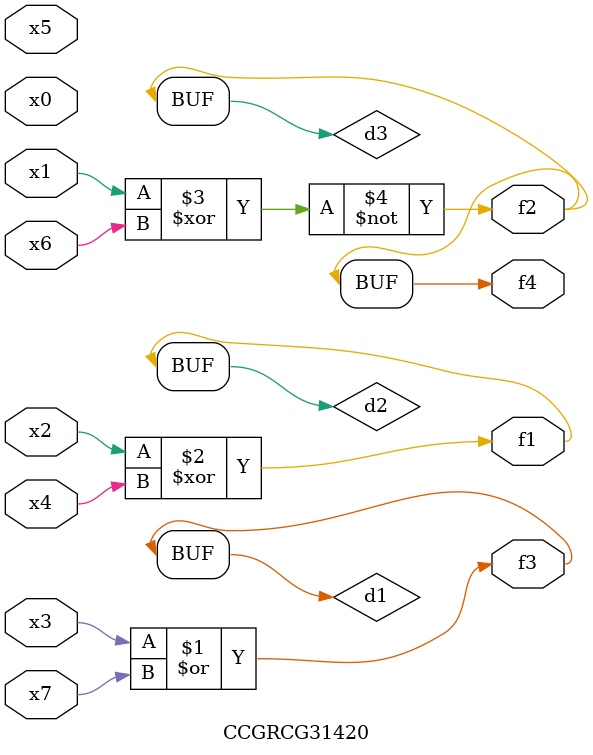
<source format=v>
module CCGRCG31420(
	input x0, x1, x2, x3, x4, x5, x6, x7,
	output f1, f2, f3, f4
);

	wire d1, d2, d3;

	or (d1, x3, x7);
	xor (d2, x2, x4);
	xnor (d3, x1, x6);
	assign f1 = d2;
	assign f2 = d3;
	assign f3 = d1;
	assign f4 = d3;
endmodule

</source>
